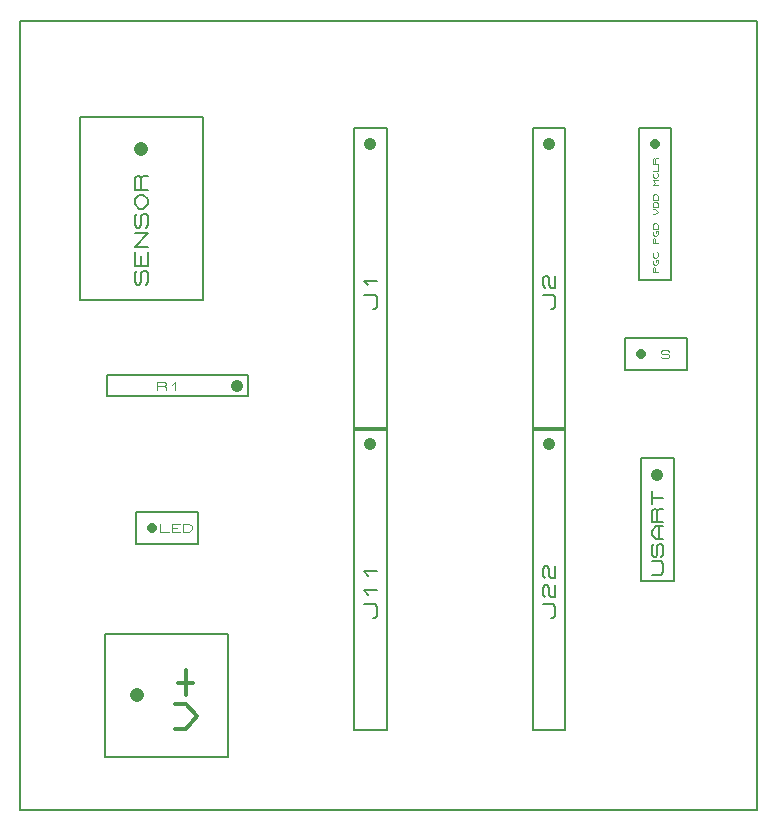
<source format=gbr>
G04 PROTEUS GERBER X2 FILE*
%TF.GenerationSoftware,Labcenter,Proteus,8.13-SP0-Build31525*%
%TF.CreationDate,2023-08-07T13:29:03+00:00*%
%TF.FileFunction,AssemblyDrawing,Top*%
%TF.FilePolarity,Positive*%
%TF.Part,Single*%
%TF.SameCoordinates,{815acf48-57e3-43f1-9c13-7170ba62ded0}*%
%FSLAX45Y45*%
%MOMM*%
G01*
%TA.AperFunction,Material*%
%ADD19C,0.203200*%
%ADD23C,1.016000*%
%ADD24C,0.177800*%
%ADD25C,0.165600*%
%ADD26C,1.219200*%
%ADD27C,0.314280*%
%ADD28C,0.110230*%
%ADD29C,0.178640*%
%TA.AperFunction,Profile*%
%ADD14C,0.203200*%
%TA.AperFunction,Material*%
%ADD72C,0.812800*%
%ADD73C,0.068260*%
%TD.AperFunction*%
D19*
X+3062840Y+3336840D02*
X+3337160Y+3336840D01*
X+3337160Y+5897160D01*
X+3062840Y+5897160D01*
X+3062840Y+3336840D01*
D23*
X+3200000Y+5760000D02*
X+3200000Y+5760000D01*
D24*
X+3217780Y+4363000D02*
X+3235560Y+4363000D01*
X+3253340Y+4383002D01*
X+3253340Y+4463012D01*
X+3235560Y+4483015D01*
X+3146660Y+4483015D01*
X+3182220Y+4563025D02*
X+3146660Y+4603030D01*
X+3253340Y+4603030D01*
D19*
X+3062840Y+796840D02*
X+3337160Y+796840D01*
X+3337160Y+3357160D01*
X+3062840Y+3357160D01*
X+3062840Y+796840D01*
D23*
X+3200000Y+3220000D02*
X+3200000Y+3220000D01*
D24*
X+3217780Y+1742990D02*
X+3235560Y+1742990D01*
X+3253340Y+1762992D01*
X+3253340Y+1843002D01*
X+3235560Y+1863005D01*
X+3146660Y+1863005D01*
X+3182220Y+1943015D02*
X+3146660Y+1983020D01*
X+3253340Y+1983020D01*
X+3182220Y+2103035D02*
X+3146660Y+2143040D01*
X+3253340Y+2143040D01*
D19*
X+4572840Y+3336840D02*
X+4847160Y+3336840D01*
X+4847160Y+5897160D01*
X+4572840Y+5897160D01*
X+4572840Y+3336840D01*
D23*
X+4710000Y+5760000D02*
X+4710000Y+5760000D01*
D24*
X+4727780Y+4363000D02*
X+4745560Y+4363000D01*
X+4763340Y+4383002D01*
X+4763340Y+4463012D01*
X+4745560Y+4483015D01*
X+4656660Y+4483015D01*
X+4674440Y+4543022D02*
X+4656660Y+4563025D01*
X+4656660Y+4623032D01*
X+4674440Y+4643035D01*
X+4692220Y+4643035D01*
X+4710000Y+4623032D01*
X+4710000Y+4563025D01*
X+4727780Y+4543022D01*
X+4763340Y+4543022D01*
X+4763340Y+4643035D01*
D19*
X+4572840Y+796840D02*
X+4847160Y+796840D01*
X+4847160Y+3357160D01*
X+4572840Y+3357160D01*
X+4572840Y+796840D01*
D23*
X+4710000Y+3220000D02*
X+4710000Y+3220000D01*
D24*
X+4727780Y+1742990D02*
X+4745560Y+1742990D01*
X+4763340Y+1762992D01*
X+4763340Y+1843002D01*
X+4745560Y+1863005D01*
X+4656660Y+1863005D01*
X+4674440Y+1923012D02*
X+4656660Y+1943015D01*
X+4656660Y+2003022D01*
X+4674440Y+2023025D01*
X+4692220Y+2023025D01*
X+4710000Y+2003022D01*
X+4710000Y+1943015D01*
X+4727780Y+1923012D01*
X+4763340Y+1923012D01*
X+4763340Y+2023025D01*
X+4674440Y+2083032D02*
X+4656660Y+2103035D01*
X+4656660Y+2163042D01*
X+4674440Y+2183045D01*
X+4692220Y+2183045D01*
X+4710000Y+2163042D01*
X+4710000Y+2103035D01*
X+4727780Y+2083032D01*
X+4763340Y+2083032D01*
X+4763340Y+2183045D01*
D19*
X+5492840Y+2060840D02*
X+5767160Y+2060840D01*
X+5767160Y+3097160D01*
X+5492840Y+3097160D01*
X+5492840Y+2060840D01*
D23*
X+5630000Y+2960000D02*
X+5630000Y+2960000D01*
D25*
X+5580318Y+2112403D02*
X+5663122Y+2112403D01*
X+5679683Y+2131033D01*
X+5679683Y+2205557D01*
X+5663122Y+2224188D01*
X+5580318Y+2224188D01*
X+5663122Y+2261450D02*
X+5679683Y+2280080D01*
X+5679683Y+2354604D01*
X+5663122Y+2373235D01*
X+5646561Y+2373235D01*
X+5630000Y+2354604D01*
X+5630000Y+2280080D01*
X+5613440Y+2261450D01*
X+5596879Y+2261450D01*
X+5580318Y+2280080D01*
X+5580318Y+2354604D01*
X+5596879Y+2373235D01*
X+5679683Y+2410497D02*
X+5613440Y+2410497D01*
X+5580318Y+2447758D01*
X+5580318Y+2485020D01*
X+5613440Y+2522282D01*
X+5679683Y+2522282D01*
X+5646561Y+2410497D02*
X+5646561Y+2522282D01*
X+5679683Y+2559544D02*
X+5580318Y+2559544D01*
X+5580318Y+2652698D01*
X+5596879Y+2671329D01*
X+5613440Y+2671329D01*
X+5630000Y+2652698D01*
X+5630000Y+2559544D01*
X+5630000Y+2652698D02*
X+5646561Y+2671329D01*
X+5679683Y+2671329D01*
X+5580318Y+2708591D02*
X+5580318Y+2820376D01*
X+5580318Y+2764483D02*
X+5679683Y+2764483D01*
D19*
X+955840Y+571840D02*
X+1992160Y+571840D01*
X+1992160Y+1608160D01*
X+955840Y+1608160D01*
X+955840Y+571840D01*
D26*
X+1220000Y+1090000D02*
X+1220000Y+1090000D01*
D27*
X+1542276Y+807147D02*
X+1636560Y+807147D01*
X+1730845Y+913216D01*
X+1636560Y+1019286D01*
X+1542276Y+1019286D01*
X+1636560Y+1090000D02*
X+1636560Y+1302139D01*
X+1573704Y+1196069D02*
X+1699417Y+1196069D01*
D19*
X+965100Y+3621100D02*
X+2158900Y+3621100D01*
X+2158900Y+3798900D01*
X+965100Y+3798900D01*
X+965100Y+3621100D01*
D23*
X+2070000Y+3710000D02*
X+2070000Y+3710000D01*
D28*
X+1392938Y+3676929D02*
X+1392938Y+3743070D01*
X+1454945Y+3743070D01*
X+1467347Y+3732047D01*
X+1467347Y+3721023D01*
X+1454945Y+3710000D01*
X+1392938Y+3710000D01*
X+1454945Y+3710000D02*
X+1467347Y+3698976D01*
X+1467347Y+3676929D01*
X+1516953Y+3721023D02*
X+1541756Y+3743070D01*
X+1541756Y+3676929D01*
D19*
X+741840Y+4439840D02*
X+1778160Y+4439840D01*
X+1778160Y+5984160D01*
X+741840Y+5984160D01*
X+741840Y+4439840D01*
D26*
X+1260000Y+5720000D02*
X+1260000Y+5720000D01*
D29*
X+1295730Y+4567097D02*
X+1313594Y+4587194D01*
X+1313594Y+4667585D01*
X+1295730Y+4687682D01*
X+1277865Y+4687682D01*
X+1260000Y+4667585D01*
X+1260000Y+4587194D01*
X+1242136Y+4567097D01*
X+1224271Y+4567097D01*
X+1206407Y+4587194D01*
X+1206407Y+4667585D01*
X+1224271Y+4687682D01*
X+1313594Y+4848463D02*
X+1313594Y+4727878D01*
X+1206407Y+4727878D01*
X+1206407Y+4848463D01*
X+1260000Y+4727878D02*
X+1260000Y+4808268D01*
X+1313594Y+4888659D02*
X+1206407Y+4888659D01*
X+1313594Y+5009244D01*
X+1206407Y+5009244D01*
X+1295730Y+5049440D02*
X+1313594Y+5069537D01*
X+1313594Y+5149928D01*
X+1295730Y+5170025D01*
X+1277865Y+5170025D01*
X+1260000Y+5149928D01*
X+1260000Y+5069537D01*
X+1242136Y+5049440D01*
X+1224271Y+5049440D01*
X+1206407Y+5069537D01*
X+1206407Y+5149928D01*
X+1224271Y+5170025D01*
X+1242136Y+5210221D02*
X+1206407Y+5250416D01*
X+1206407Y+5290611D01*
X+1242136Y+5330806D01*
X+1277865Y+5330806D01*
X+1313594Y+5290611D01*
X+1313594Y+5250416D01*
X+1277865Y+5210221D01*
X+1242136Y+5210221D01*
X+1313594Y+5371002D02*
X+1206407Y+5371002D01*
X+1206407Y+5471490D01*
X+1224271Y+5491587D01*
X+1242136Y+5491587D01*
X+1260000Y+5471490D01*
X+1260000Y+5371002D01*
X+1260000Y+5471490D02*
X+1277865Y+5491587D01*
X+1313594Y+5491587D01*
D14*
X+230000Y+120000D02*
X+6470000Y+120000D01*
X+6470000Y+6800000D01*
X+230000Y+6800000D01*
X+230000Y+120000D01*
D19*
X+1212840Y+2372840D02*
X+1741160Y+2372840D01*
X+1741160Y+2647160D01*
X+1212840Y+2647160D01*
X+1212840Y+2372840D01*
D72*
X+1350000Y+2510000D02*
X+1350000Y+2510000D01*
D28*
X+1417312Y+2543019D02*
X+1417312Y+2476980D01*
X+1491606Y+2476980D01*
X+1590665Y+2476980D02*
X+1516371Y+2476980D01*
X+1516371Y+2543019D01*
X+1590665Y+2543019D01*
X+1516371Y+2510000D02*
X+1565900Y+2510000D01*
X+1615430Y+2476980D02*
X+1615430Y+2543019D01*
X+1664959Y+2543019D01*
X+1689724Y+2521006D01*
X+1689724Y+2498993D01*
X+1664959Y+2476980D01*
X+1615430Y+2476980D01*
D19*
X+5472840Y+4606840D02*
X+5747160Y+4606840D01*
X+5747160Y+5897160D01*
X+5472840Y+5897160D01*
X+5472840Y+4606840D01*
D72*
X+5610000Y+5760000D02*
X+5610000Y+5760000D01*
D73*
X+5630479Y+4671620D02*
X+5589522Y+4671620D01*
X+5589522Y+4710016D01*
X+5596348Y+4717696D01*
X+5603174Y+4717696D01*
X+5610000Y+4710016D01*
X+5610000Y+4671620D01*
X+5616827Y+4763772D02*
X+5616827Y+4779131D01*
X+5630479Y+4779131D01*
X+5630479Y+4748413D01*
X+5616827Y+4733055D01*
X+5603174Y+4733055D01*
X+5589522Y+4748413D01*
X+5589522Y+4771451D01*
X+5596348Y+4779131D01*
X+5623653Y+4840566D02*
X+5630479Y+4832886D01*
X+5630479Y+4809848D01*
X+5616827Y+4794490D01*
X+5603174Y+4794490D01*
X+5589522Y+4809848D01*
X+5589522Y+4832886D01*
X+5596348Y+4840566D01*
X+5630479Y+4917360D02*
X+5589522Y+4917360D01*
X+5589522Y+4955756D01*
X+5596348Y+4963436D01*
X+5603174Y+4963436D01*
X+5610000Y+4955756D01*
X+5610000Y+4917360D01*
X+5616827Y+5009512D02*
X+5616827Y+5024871D01*
X+5630479Y+5024871D01*
X+5630479Y+4994153D01*
X+5616827Y+4978795D01*
X+5603174Y+4978795D01*
X+5589522Y+4994153D01*
X+5589522Y+5017191D01*
X+5596348Y+5024871D01*
X+5630479Y+5040230D02*
X+5589522Y+5040230D01*
X+5589522Y+5070947D01*
X+5603174Y+5086306D01*
X+5616827Y+5086306D01*
X+5630479Y+5070947D01*
X+5630479Y+5040230D01*
X+5589522Y+5163100D02*
X+5610000Y+5163100D01*
X+5630479Y+5186138D01*
X+5610000Y+5209176D01*
X+5589522Y+5209176D01*
X+5630479Y+5224535D02*
X+5589522Y+5224535D01*
X+5589522Y+5255252D01*
X+5603174Y+5270611D01*
X+5616827Y+5270611D01*
X+5630479Y+5255252D01*
X+5630479Y+5224535D01*
X+5630479Y+5285970D02*
X+5589522Y+5285970D01*
X+5589522Y+5316687D01*
X+5603174Y+5332046D01*
X+5616827Y+5332046D01*
X+5630479Y+5316687D01*
X+5630479Y+5285970D01*
X+5630479Y+5408840D02*
X+5589522Y+5408840D01*
X+5610000Y+5431878D01*
X+5589522Y+5454916D01*
X+5630479Y+5454916D01*
X+5623653Y+5516351D02*
X+5630479Y+5508671D01*
X+5630479Y+5485633D01*
X+5616827Y+5470275D01*
X+5603174Y+5470275D01*
X+5589522Y+5485633D01*
X+5589522Y+5508671D01*
X+5596348Y+5516351D01*
X+5589522Y+5531710D02*
X+5630479Y+5531710D01*
X+5630479Y+5577786D01*
X+5630479Y+5593145D02*
X+5589522Y+5593145D01*
X+5589522Y+5631541D01*
X+5596348Y+5639221D01*
X+5603174Y+5639221D01*
X+5610000Y+5631541D01*
X+5610000Y+5593145D01*
X+5610000Y+5631541D02*
X+5616827Y+5639221D01*
X+5630479Y+5639221D01*
D19*
X+5352840Y+3842840D02*
X+5881160Y+3842840D01*
X+5881160Y+4117160D01*
X+5352840Y+4117160D01*
X+5352840Y+3842840D01*
D72*
X+5490000Y+3980000D02*
X+5490000Y+3980000D01*
D28*
X+5656371Y+3957986D02*
X+5668753Y+3946980D01*
X+5718282Y+3946980D01*
X+5730665Y+3957986D01*
X+5730665Y+3968993D01*
X+5718282Y+3980000D01*
X+5668753Y+3980000D01*
X+5656371Y+3991006D01*
X+5656371Y+4002013D01*
X+5668753Y+4013019D01*
X+5718282Y+4013019D01*
X+5730665Y+4002013D01*
M02*

</source>
